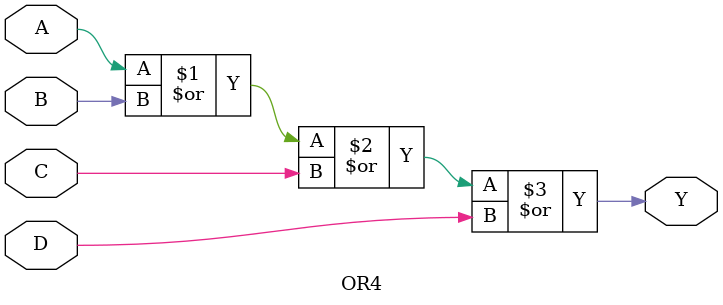
<source format=v>
module INV(in, out);
	output out;
    input in;
	
	assign out = ~ in;
endmodule

////////////////////////////////////////////// AND2
module AND2(A,B,Y);
    output Y;
    input A, B;
     
	assign Y = A & B;
endmodule

////////////////////////////////////////////// OR2
module OR2(A,B,Y);
    output Y;
    input A, B;
	
	assign Y = A | B;
endmodule

////////////////////////////////////////////// NAND2
module NAND2(A,B,Y);
    output Y;
    input A, B;
     
	assign Y = ~(A & B);
endmodule

////////////////////////////////////////////// NOR2

module NOR2(A,B,Y);
    output Y;
    input A,B;
     
	assign Y = ~(A | B);
endmodule

////////////////////////////////////////////// XOR2
module XOR2(A,B,Y);
    output Y;
    input A, B;
    
	assign Y = A ^ B;
endmodule

//////////////////////////////////////////////XNOR2
module XNOR2(A,B,Y);
    output Y;
    input A,B;
    
	assign Y = ~(A ^ B);
endmodule
////////////////////////////////////////////// AND3
module AND3(A,B,C,Y);
    output Y;
    input A, B, C;
     
	assign Y = A & B & C;
endmodule
////////////////////////////////////////////// AND4
module AND4(A,B,C,D,Y);
    output Y;
    input A, B, C, D;
     
	assign Y = A & B & C & D;
endmodule

////////////////////////////////////////////// OR3
module OR3(A,B,C,Y);
    output Y;
    input A, B, C;
	
	assign Y = A | B | C;
endmodule

////////////////////////////////////////////// OR4
module OR4(A,B,C,D,Y);
    output Y;
    input A, B, C, D;
	
	assign Y = A | B | C | D;
endmodule
</source>
